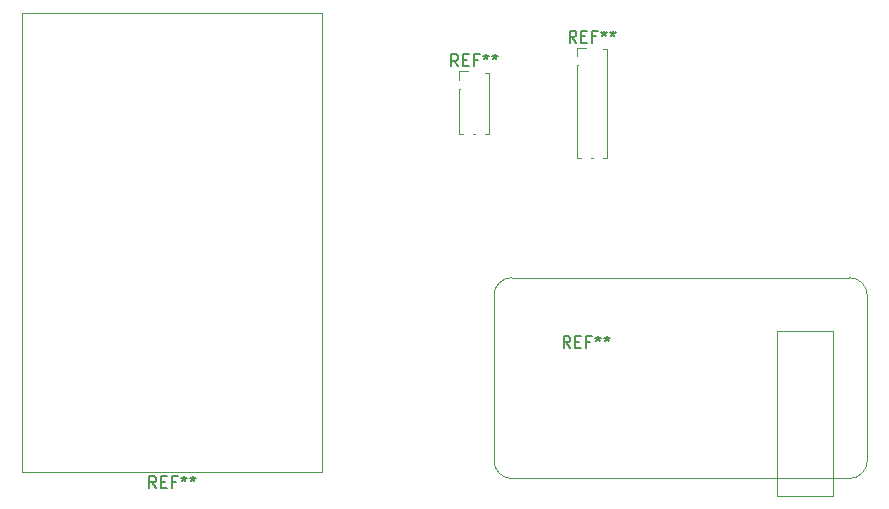
<source format=gbr>
%TF.GenerationSoftware,KiCad,Pcbnew,9.0.2*%
%TF.CreationDate,2025-07-06T16:22:29+02:00*%
%TF.ProjectId,TalkShow,54616c6b-5368-46f7-972e-6b696361645f,rev?*%
%TF.SameCoordinates,Original*%
%TF.FileFunction,Legend,Top*%
%TF.FilePolarity,Positive*%
%FSLAX46Y46*%
G04 Gerber Fmt 4.6, Leading zero omitted, Abs format (unit mm)*
G04 Created by KiCad (PCBNEW 9.0.2) date 2025-07-06 16:22:29*
%MOMM*%
%LPD*%
G01*
G04 APERTURE LIST*
%ADD10C,0.150000*%
%ADD11C,0.120000*%
%ADD12C,2.000000*%
%ADD13R,0.850000X0.850000*%
%ADD14C,0.850000*%
%ADD15C,1.700000*%
%ADD16C,1.500000*%
%ADD17R,1.500000X1.500000*%
G04 APERTURE END LIST*
D10*
X140166666Y-70844819D02*
X139833333Y-70368628D01*
X139595238Y-70844819D02*
X139595238Y-69844819D01*
X139595238Y-69844819D02*
X139976190Y-69844819D01*
X139976190Y-69844819D02*
X140071428Y-69892438D01*
X140071428Y-69892438D02*
X140119047Y-69940057D01*
X140119047Y-69940057D02*
X140166666Y-70035295D01*
X140166666Y-70035295D02*
X140166666Y-70178152D01*
X140166666Y-70178152D02*
X140119047Y-70273390D01*
X140119047Y-70273390D02*
X140071428Y-70321009D01*
X140071428Y-70321009D02*
X139976190Y-70368628D01*
X139976190Y-70368628D02*
X139595238Y-70368628D01*
X140595238Y-70321009D02*
X140928571Y-70321009D01*
X141071428Y-70844819D02*
X140595238Y-70844819D01*
X140595238Y-70844819D02*
X140595238Y-69844819D01*
X140595238Y-69844819D02*
X141071428Y-69844819D01*
X141833333Y-70321009D02*
X141500000Y-70321009D01*
X141500000Y-70844819D02*
X141500000Y-69844819D01*
X141500000Y-69844819D02*
X141976190Y-69844819D01*
X142500000Y-69844819D02*
X142500000Y-70082914D01*
X142261905Y-69987676D02*
X142500000Y-70082914D01*
X142500000Y-70082914D02*
X142738095Y-69987676D01*
X142357143Y-70273390D02*
X142500000Y-70082914D01*
X142500000Y-70082914D02*
X142642857Y-70273390D01*
X143261905Y-69844819D02*
X143261905Y-70082914D01*
X143023810Y-69987676D02*
X143261905Y-70082914D01*
X143261905Y-70082914D02*
X143500000Y-69987676D01*
X143119048Y-70273390D02*
X143261905Y-70082914D01*
X143261905Y-70082914D02*
X143404762Y-70273390D01*
X130166666Y-72844819D02*
X129833333Y-72368628D01*
X129595238Y-72844819D02*
X129595238Y-71844819D01*
X129595238Y-71844819D02*
X129976190Y-71844819D01*
X129976190Y-71844819D02*
X130071428Y-71892438D01*
X130071428Y-71892438D02*
X130119047Y-71940057D01*
X130119047Y-71940057D02*
X130166666Y-72035295D01*
X130166666Y-72035295D02*
X130166666Y-72178152D01*
X130166666Y-72178152D02*
X130119047Y-72273390D01*
X130119047Y-72273390D02*
X130071428Y-72321009D01*
X130071428Y-72321009D02*
X129976190Y-72368628D01*
X129976190Y-72368628D02*
X129595238Y-72368628D01*
X130595238Y-72321009D02*
X130928571Y-72321009D01*
X131071428Y-72844819D02*
X130595238Y-72844819D01*
X130595238Y-72844819D02*
X130595238Y-71844819D01*
X130595238Y-71844819D02*
X131071428Y-71844819D01*
X131833333Y-72321009D02*
X131500000Y-72321009D01*
X131500000Y-72844819D02*
X131500000Y-71844819D01*
X131500000Y-71844819D02*
X131976190Y-71844819D01*
X132500000Y-71844819D02*
X132500000Y-72082914D01*
X132261905Y-71987676D02*
X132500000Y-72082914D01*
X132500000Y-72082914D02*
X132738095Y-71987676D01*
X132357143Y-72273390D02*
X132500000Y-72082914D01*
X132500000Y-72082914D02*
X132642857Y-72273390D01*
X133261905Y-71844819D02*
X133261905Y-72082914D01*
X133023810Y-71987676D02*
X133261905Y-72082914D01*
X133261905Y-72082914D02*
X133500000Y-71987676D01*
X133119048Y-72273390D02*
X133261905Y-72082914D01*
X133261905Y-72082914D02*
X133404762Y-72273390D01*
X139666666Y-96704819D02*
X139333333Y-96228628D01*
X139095238Y-96704819D02*
X139095238Y-95704819D01*
X139095238Y-95704819D02*
X139476190Y-95704819D01*
X139476190Y-95704819D02*
X139571428Y-95752438D01*
X139571428Y-95752438D02*
X139619047Y-95800057D01*
X139619047Y-95800057D02*
X139666666Y-95895295D01*
X139666666Y-95895295D02*
X139666666Y-96038152D01*
X139666666Y-96038152D02*
X139619047Y-96133390D01*
X139619047Y-96133390D02*
X139571428Y-96181009D01*
X139571428Y-96181009D02*
X139476190Y-96228628D01*
X139476190Y-96228628D02*
X139095238Y-96228628D01*
X140095238Y-96181009D02*
X140428571Y-96181009D01*
X140571428Y-96704819D02*
X140095238Y-96704819D01*
X140095238Y-96704819D02*
X140095238Y-95704819D01*
X140095238Y-95704819D02*
X140571428Y-95704819D01*
X141333333Y-96181009D02*
X141000000Y-96181009D01*
X141000000Y-96704819D02*
X141000000Y-95704819D01*
X141000000Y-95704819D02*
X141476190Y-95704819D01*
X142000000Y-95704819D02*
X142000000Y-95942914D01*
X141761905Y-95847676D02*
X142000000Y-95942914D01*
X142000000Y-95942914D02*
X142238095Y-95847676D01*
X141857143Y-96133390D02*
X142000000Y-95942914D01*
X142000000Y-95942914D02*
X142142857Y-96133390D01*
X142761905Y-95704819D02*
X142761905Y-95942914D01*
X142523810Y-95847676D02*
X142761905Y-95942914D01*
X142761905Y-95942914D02*
X143000000Y-95847676D01*
X142619048Y-96133390D02*
X142761905Y-95942914D01*
X142761905Y-95942914D02*
X142904762Y-96133390D01*
X104596666Y-108554819D02*
X104263333Y-108078628D01*
X104025238Y-108554819D02*
X104025238Y-107554819D01*
X104025238Y-107554819D02*
X104406190Y-107554819D01*
X104406190Y-107554819D02*
X104501428Y-107602438D01*
X104501428Y-107602438D02*
X104549047Y-107650057D01*
X104549047Y-107650057D02*
X104596666Y-107745295D01*
X104596666Y-107745295D02*
X104596666Y-107888152D01*
X104596666Y-107888152D02*
X104549047Y-107983390D01*
X104549047Y-107983390D02*
X104501428Y-108031009D01*
X104501428Y-108031009D02*
X104406190Y-108078628D01*
X104406190Y-108078628D02*
X104025238Y-108078628D01*
X105025238Y-108031009D02*
X105358571Y-108031009D01*
X105501428Y-108554819D02*
X105025238Y-108554819D01*
X105025238Y-108554819D02*
X105025238Y-107554819D01*
X105025238Y-107554819D02*
X105501428Y-107554819D01*
X106263333Y-108031009D02*
X105930000Y-108031009D01*
X105930000Y-108554819D02*
X105930000Y-107554819D01*
X105930000Y-107554819D02*
X106406190Y-107554819D01*
X106930000Y-107554819D02*
X106930000Y-107792914D01*
X106691905Y-107697676D02*
X106930000Y-107792914D01*
X106930000Y-107792914D02*
X107168095Y-107697676D01*
X106787143Y-107983390D02*
X106930000Y-107792914D01*
X106930000Y-107792914D02*
X107072857Y-107983390D01*
X107691905Y-107554819D02*
X107691905Y-107792914D01*
X107453810Y-107697676D02*
X107691905Y-107792914D01*
X107691905Y-107792914D02*
X107930000Y-107697676D01*
X107549048Y-107983390D02*
X107691905Y-107792914D01*
X107691905Y-107792914D02*
X107834762Y-107983390D01*
D11*
%TO.C,REF\u002A\u002A*%
X140240000Y-71265000D02*
X141000000Y-71265000D01*
X140240000Y-72000000D02*
X140240000Y-71265000D01*
X140240000Y-72735000D02*
X140240000Y-80610000D01*
X140240000Y-72735000D02*
X140314435Y-72735000D01*
X140240000Y-80610000D02*
X140589970Y-80610000D01*
X141410030Y-80610000D02*
X141589970Y-80610000D01*
X142410030Y-71390000D02*
X142760000Y-71390000D01*
X142410030Y-80610000D02*
X142760000Y-80610000D01*
X142760000Y-71390000D02*
X142760000Y-80610000D01*
X130240000Y-73265000D02*
X131000000Y-73265000D01*
X130240000Y-74000000D02*
X130240000Y-73265000D01*
X130240000Y-74735000D02*
X130240000Y-78610000D01*
X130240000Y-74735000D02*
X130314435Y-74735000D01*
X130240000Y-78610000D02*
X130589970Y-78610000D01*
X131410030Y-78610000D02*
X131589970Y-78610000D01*
X132410030Y-73390000D02*
X132760000Y-73390000D01*
X132410030Y-78610000D02*
X132760000Y-78610000D01*
X132760000Y-73390000D02*
X132760000Y-78610000D01*
X133200000Y-92250000D02*
G75*
G02*
X134700000Y-90750000I1500000J0D01*
G01*
X134700000Y-107750000D02*
G75*
G02*
X133200000Y-106250000I0J1500000D01*
G01*
X164800000Y-106250000D02*
G75*
G02*
X163300000Y-107750000I-1500000J0D01*
G01*
X163300000Y-90750000D02*
G75*
G02*
X164800000Y-92250000I0J-1500000D01*
G01*
X163300000Y-90750000D02*
X134700000Y-90750000D01*
X133200000Y-92250000D02*
X133200000Y-106250000D01*
X134700000Y-107750000D02*
X163300000Y-107750000D01*
X164800000Y-106250000D02*
X164800000Y-92250000D01*
X161900000Y-109250000D02*
X157200000Y-109250000D01*
X157200000Y-109250000D02*
X157200000Y-95250000D01*
X157200000Y-95250000D02*
X161900000Y-95250000D01*
X161900000Y-95250000D02*
X161900000Y-109250000D01*
X118630000Y-107240000D02*
X93230000Y-107240000D01*
X118630000Y-68320000D02*
X118630000Y-107240000D01*
X93230000Y-107240000D02*
X93230000Y-68320000D01*
X93230000Y-68320000D02*
X118630000Y-68320000D01*
%TD*%
%LPC*%
D12*
%TO.C,REF\u002A\u002A*%
X167500000Y-61000000D03*
X167500000Y-87000000D03*
X170000000Y-61000000D03*
X170000000Y-87000000D03*
X179000000Y-61000000D03*
X179000000Y-87000000D03*
X181500000Y-61000000D03*
X181500000Y-87000000D03*
%TD*%
D13*
%TO.C,REF\u002A\u002A*%
X141000000Y-72000000D03*
D14*
X142000000Y-72000000D03*
X141000000Y-73000000D03*
X142000000Y-73000000D03*
X141000000Y-74000000D03*
X142000000Y-74000000D03*
X141000000Y-75000000D03*
X142000000Y-75000000D03*
X141000000Y-76000000D03*
X142000000Y-76000000D03*
X141000000Y-77000000D03*
X142000000Y-77000000D03*
X141000000Y-78000000D03*
X142000000Y-78000000D03*
X141000000Y-79000000D03*
X142000000Y-79000000D03*
X141000000Y-80000000D03*
X142000000Y-80000000D03*
%TD*%
D13*
%TO.C,REF\u002A\u002A*%
X131000000Y-74000000D03*
D14*
X132000000Y-74000000D03*
X131000000Y-75000000D03*
X132000000Y-75000000D03*
X131000000Y-76000000D03*
X132000000Y-76000000D03*
X131000000Y-77000000D03*
X132000000Y-77000000D03*
X131000000Y-78000000D03*
X132000000Y-78000000D03*
%TD*%
D15*
%TO.C,REF\u002A\u002A*%
X134695000Y-105600000D03*
X134695000Y-103060000D03*
X134695000Y-100520000D03*
X134695000Y-97980000D03*
X134695000Y-95440000D03*
X134695000Y-92900000D03*
X161365000Y-92265000D03*
X158825000Y-92265000D03*
X156285000Y-92265000D03*
X153745000Y-92265000D03*
X151205000Y-92265000D03*
X148665000Y-92265000D03*
X146125000Y-92265000D03*
X143585000Y-92265000D03*
X141045000Y-92265000D03*
%TD*%
D16*
%TO.C,REF\u002A\u002A*%
X117360000Y-70000000D03*
X117360000Y-72540000D03*
X117360000Y-75080000D03*
X117360000Y-77620000D03*
X117360000Y-80160000D03*
X117360000Y-82700000D03*
X117360000Y-85240000D03*
X117360000Y-87780000D03*
X117360000Y-90320000D03*
X117360000Y-92860000D03*
X117360000Y-95400000D03*
X117360000Y-97940000D03*
X117360000Y-100480000D03*
X117360000Y-103020000D03*
X117360000Y-105560000D03*
X94500000Y-105560000D03*
X94500000Y-103020000D03*
X94500000Y-100480000D03*
X94500000Y-97940000D03*
X94500000Y-95400000D03*
X94500000Y-92860000D03*
X94500000Y-90320000D03*
X94500000Y-87780000D03*
X94500000Y-85240000D03*
X94500000Y-82700000D03*
X94500000Y-80160000D03*
X94500000Y-77620000D03*
X94500000Y-75080000D03*
X94500000Y-72540000D03*
D17*
X94500000Y-70000000D03*
%TD*%
%LPD*%
M02*

</source>
